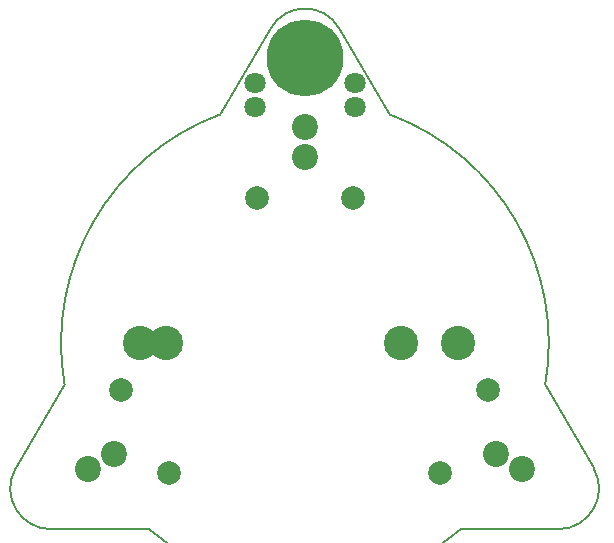
<source format=gbs>
%TF.GenerationSoftware,KiCad,Pcbnew,4.0.2+e4-6225~38~ubuntu15.10.1-stable*%
%TF.CreationDate,2016-05-27T15:45:48+05:30*%
%TF.ProjectId,MAP4,4D4150342E6B696361645F7063620000,1*%
%TF.FileFunction,Soldermask,Bot*%
%FSLAX46Y46*%
G04 Gerber Fmt 4.6, Leading zero omitted, Abs format (unit mm)*
G04 Created by KiCad (PCBNEW 4.0.2+e4-6225~38~ubuntu15.10.1-stable) date Fri May 27 15:45:48 2016*
%MOMM*%
G01*
G04 APERTURE LIST*
%ADD10C,0.050800*%
%ADD11C,0.150000*%
%ADD12C,6.496000*%
%ADD13C,2.200000*%
%ADD14C,2.000000*%
%ADD15C,2.900000*%
%ADD16C,1.800000*%
G04 APERTURE END LIST*
D10*
D11*
X46499968Y4752174D02*
G75*
G03X49450000Y9900000I-49968J3447826D01*
G01*
X45350000Y17000000D02*
X49450000Y9900000D01*
X45347375Y17000452D02*
G75*
G03X32200000Y39850000I-20347375J3499548D01*
G01*
X27900000Y47150000D02*
X32200000Y39850000D01*
X27900000Y47150000D02*
G75*
G03X22100000Y47150000I-2900000J-1650000D01*
G01*
X17800000Y39850000D02*
X22100000Y47150000D01*
X17799072Y39852496D02*
G75*
G03X4650000Y17000000I7200928J-19352496D01*
G01*
X500000Y9900000D02*
X4650000Y17000000D01*
X498108Y9901071D02*
G75*
G03X3550000Y4750000I3001892J-1701071D01*
G01*
X11800000Y4750000D02*
X3550000Y4750000D01*
X11800000Y4750000D02*
G75*
G03X38200000Y4750000I13200000J15750000D01*
G01*
X46500000Y4750000D02*
X38200000Y4750000D01*
D12*
X25000000Y44650000D03*
D13*
X6650148Y9865000D03*
X8849852Y11135000D03*
X43349852Y9865000D03*
X41150148Y11135000D03*
X25000000Y38770000D03*
X25000000Y36230000D03*
D14*
X29064000Y32750000D03*
X20936000Y32750000D03*
X9468000Y16519527D03*
X13532000Y9480473D03*
X40532000Y16519527D03*
X36468000Y9480473D03*
D15*
X33100000Y20500000D03*
X13200000Y20500000D03*
X11000000Y20500000D03*
X38000000Y20500000D03*
D16*
X20750000Y40500000D03*
X20750000Y42500000D03*
X29250000Y40500000D03*
X29250000Y42500000D03*
M02*

</source>
